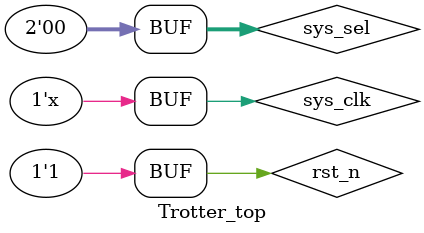
<source format=v>
`timescale 1ns / 1ns


module Trotter_top(

    );

    reg sys_clk;
    reg rst_n;
    reg [1:0] sys_sel;
    wire [7:0] Y_out;

    
    parameter Idle =8'b11111111,
              Special=8'b11110000;

    always #1 sys_clk=~sys_clk;


    initial
     begin
         sys_clk=0;
         rst_n=0;
         sys_sel<=2'b00;
         #10 rst_n=~rst_n;
     end

     Trotter Trotter(
        .sys_clk(sys_clk),
        .rst_n(rst_n),
        .S(sys_sel),
        .L(Y_out)
     );
    
    
task automatic task_counter;
    input  [31:0] task_count;
    inout  [31:0] task_rep;
    input  [31:0] max_repeat;
     begin
            if(task_count >= max_repeat)                //规定上限count
                begin
                  task_rep = (task_rep+1);
                end
            else
                begin
                    task_count = (task_count + 32'd1);
                    task_rep = task_rep;
                    task_counter(task_count,task_rep,1); //上限为1
                 end
     end
endtask

task automatic my_task_model1;
    input [31:0] task_count;
    inout [8:0] task_Y;
    inout [7:0]repeat_count;
    input [31:0] Max_repeat;
    inout   out_state;
    input  in_state; 
     
    begin

        case(repeat_count)
        8'd0,8'd1,8'd2,8'd3,8'd4,8'd5,8'd6,8'd7:
          begin
            task_Y[7-repeat_count]=task_Y[7-repeat_count]^1;
            task_counter(task_count,repeat_count,Max_repeat);
          end
        8'd8,8'd9,8'd10,8'd11,8'd12,8'd13,8'd14:
          begin
            task_Y[15-repeat_count]=task_Y[15-repeat_count]^1;
            task_counter(task_count,repeat_count,Max_repeat);
          end
        8'd15:
          begin
              task_counter(task_count,repeat_count,Max_repeat);
              task_Y=8'h00;
              out_state=in_state;
          end
        default :
            begin
              out_state=in_state;
              repeat_count=0;
            end
        endcase
    end
endtask

task automatic my_task_model2;//前面四个灯为7~4 后面四个灯为3~0
     input [31:0] task_count;
    inout [8:0] task_Y;
    inout [7:0]repeat_count;
    input [31:0] Max_repeat;
    inout   out_state;
    input  in_state; 
    
    begin
      case(repeat_count)
        8'd0,8'd1,8'd2,8'd3:
          begin
            task_Y[7-repeat_count]=task_Y[7-repeat_count]^1;
            task_Y[repeat_count-4]=task_Y[repeat_count-4]^1;
            task_counter(task_count,repeat_count,Max_repeat);
          end
        8'd4,8'd5,8'd6,8'd6:
          begin
            task_Y[11-repeat_count]=task_Y[11-repeat_count]^1;
            task_Y[repeat_count-4]=task_Y[repeat_count-4]^1;
            task_counter(task_count,repeat_count,Max_repeat);
          end
        8'd7:
          begin
              task_Y[0]=task_Y[0];
              task_Y[4]=task_Y[4];
              task_counter(task_count,repeat_count,Max_repeat);
              task_Y=8'h00;
              out_state=in_state;
          end
        default:
          begin
            out_state=in_state;
            repeat_count=0;
          end
        endcase
    end 
endtask

// task my_task_model3;//前面四个灯为7~4 后面四个灯为3~0
//     inout  task_count;
//     inout [7:0] task_Y;//默认输入�?11110000
//     input [3:0] repeat_count;//默认输入�?0
    
//     begin
//       if(repeat_count==15) 
//        begin
//          task_counter(task_count,repeat_count);
//          task_Y=8'b11110000;
//         end
//       else if(repeat_count>7) 
//          begin
//           task_counter(task_count,repeat_count);
//           task_Y[15-repeat_count]=task_Y[15-repeat_count]^1;
//          end
//       else  
//          begin
//           task_counter(task_count,repeat_count);
//           task_Y[7-repeat_count]=task_Y[7-repeat_count]^1;
//          end
//     end 
// endtask

// task my_task_model4;//流水�?
//     inout  task_count;
//     inout [7:0] task_Y;//默认输入�?11111111
//     input [3:0] repeat_count;//默认输入�?0
    
//     begin
//       task_Y=Idle;
//       if(repeat_count==15) 
//        begin
//          task_counter(task_count,repeat_count);
//          task_Y=Idle;
//         end
//       else if(repeat_count>7) 
//          begin
//           task_counter(task_count,repeat_count);
//           task_Y[15-repeat_count]=task_Y[15-repeat_count]^1;
//          end
//       else  
//          begin
//           task_counter(task_count,repeat_count);
//           task_Y[7-repeat_count]=task_Y[7-repeat_count]^1;
//          end
//     end 
// endtask
endmodule

</source>
